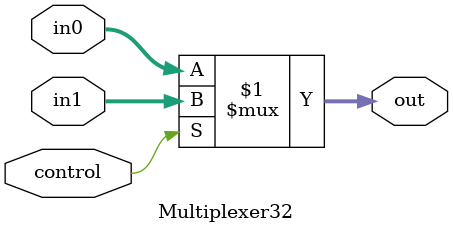
<source format=v>
module Multiplexer32 (
    input         control,
    input  [31:0] in1,
    input  [31:0] in0,
    
    output [31:0] out
);

    // 32线多路选择器
    assign out = control ? in1 : in0;

endmodule

</source>
